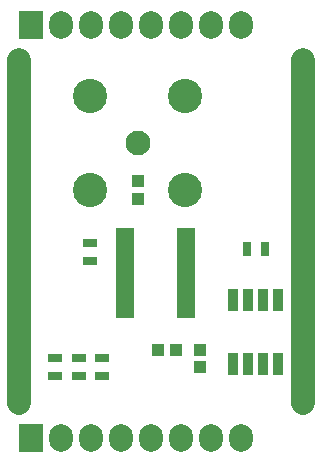
<source format=gbr>
G04 #@! TF.FileFunction,Soldermask,Bot*
%FSLAX46Y46*%
G04 Gerber Fmt 4.6, Leading zero omitted, Abs format (unit mm)*
G04 Created by KiCad (PCBNEW 4.0.7-e2-6376~58~ubuntu16.04.1) date Mon Jun 18 09:51:27 2018*
%MOMM*%
%LPD*%
G01*
G04 APERTURE LIST*
%ADD10C,0.100000*%
%ADD11C,2.000000*%
%ADD12R,1.100000X1.050000*%
%ADD13R,1.050000X1.100000*%
%ADD14R,1.500000X0.700000*%
%ADD15R,0.900000X1.850000*%
%ADD16R,1.200000X0.800000*%
%ADD17R,0.800000X1.200000*%
%ADD18R,2.027200X2.332000*%
%ADD19O,2.027200X2.332000*%
%ADD20C,2.100000*%
%ADD21C,2.900000*%
G04 APERTURE END LIST*
D10*
D11*
X159000000Y-120000000D02*
X159000000Y-91000000D01*
X135000000Y-120000000D02*
X135000000Y-91000000D01*
D12*
X146750000Y-115500000D03*
X148250000Y-115500000D03*
D13*
X150250000Y-115500000D03*
X150250000Y-117000000D03*
X145000000Y-102750000D03*
X145000000Y-101250000D03*
D14*
X143900000Y-112492500D03*
X143900000Y-111857500D03*
X143900000Y-111222500D03*
X143900000Y-110587500D03*
X143900000Y-109952500D03*
X143900000Y-109317500D03*
X143900000Y-108682500D03*
X143900000Y-108047500D03*
X143900000Y-107412500D03*
X143900000Y-106777500D03*
X143900000Y-106142500D03*
X143900000Y-105507500D03*
X149100000Y-105507500D03*
X149100000Y-106142500D03*
X149100000Y-106777500D03*
X149100000Y-107412500D03*
X149100000Y-108047500D03*
X149100000Y-108682500D03*
X149100000Y-109317500D03*
X149100000Y-109952500D03*
X149100000Y-110587500D03*
X149100000Y-111222500D03*
X149100000Y-111857500D03*
X149100000Y-112492500D03*
D15*
X156905000Y-116700000D03*
X155635000Y-116700000D03*
X154365000Y-116700000D03*
X153095000Y-116700000D03*
X153095000Y-111300000D03*
X154365000Y-111300000D03*
X155635000Y-111300000D03*
X156905000Y-111300000D03*
D16*
X141000000Y-106500000D03*
X141000000Y-108000000D03*
X142000000Y-117750000D03*
X142000000Y-116250000D03*
X140000000Y-117750000D03*
X140000000Y-116250000D03*
X138000000Y-117750000D03*
X138000000Y-116250000D03*
D17*
X154250000Y-107000000D03*
X155750000Y-107000000D03*
D18*
X136000000Y-123000000D03*
D19*
X138540000Y-123000000D03*
X141080000Y-123000000D03*
X143620000Y-123000000D03*
X146160000Y-123000000D03*
X148700000Y-123000000D03*
X151240000Y-123000000D03*
X153780000Y-123000000D03*
D18*
X136000000Y-88000000D03*
D19*
X138540000Y-88000000D03*
X141080000Y-88000000D03*
X143620000Y-88000000D03*
X146160000Y-88000000D03*
X148700000Y-88000000D03*
X151240000Y-88000000D03*
X153780000Y-88000000D03*
D20*
X145000000Y-98000000D03*
D21*
X141000000Y-94000000D03*
X149000000Y-94000000D03*
X149000000Y-102000000D03*
X141000000Y-102000000D03*
M02*

</source>
